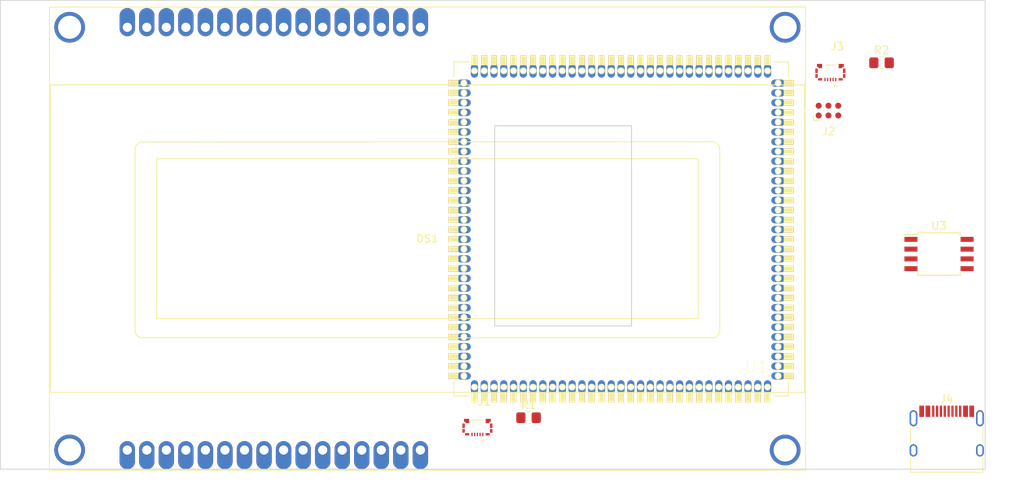
<source format=kicad_pcb>
(kicad_pcb (version 20211014) (generator pcbnew)
  (layers (0 "F.Cu" signal) (31 "B.Cu" signal) (34 "B.Paste" user) (35 "F.Paste" user) (36 "B.SilkS" user "B.Silkscreen") (37 "F.SilkS" user "F.Silkscreen") (38 "B.Mask" user) (39 "F.Mask" user) (44 "Edge.Cuts" user))
  (net 0 "")
  (net 1 "+5V")
  (net 2 "pitch_quad_i")
  (net 3 "pitch_sq_o")
  (net 4 "pitch_zero_i")
  (net 5 "GND")
  (net 6 "+2V5")
  (net 7 "vol_quad_i")
  (net 8 "vol_sq_o")
  (net 9 "vol_zero_i")
  (net 10 "Net-(J4-PadA5)")
  (net 11 "Net-(J4-PadB5)")
  (net 25 "+3V3")
  (net 76 "+1V2")
  (net 139 "/AC608/TMS")
  (net 140 "/AC608/TDI")
  (net 141 "/AC608/TCK")
  (net 142 "/AC608/TDO")
  (net 143 "Net-(F1-Pad1)")
  (net 144 "Net-(J4-PadA6)")
  (net 145 "Net-(J4-PadA7)")
  (footprint "Resistor_SMD:R_0805_2012Metric_Pad1.20x1.40mm_HandSolder" (layer "F.Cu") (at 143.15 104.8)
    (fp_text reference "R1")
    (fp_text value "5.1k")
  )
  (footprint "footprints:I-PEX_20854-005E-02" (layer "F.Cu") (at 182.38 60.82)
    (fp_text reference "J3")
    (fp_text value "20854-005E-02")
  )
  (footprint "Resistor_SMD:R_0805_2012Metric_Pad1.20x1.40mm_HandSolder" (layer "F.Cu") (at 189.03 58.62)
    (fp_text reference "R2")
    (fp_text value "5.1k")
  )
  (footprint "Connector:Tag-Connect_TC2030-IDC-NL_2x03_P1.27mm_Vertical" (layer "F.Cu") (at 182.13 64.84)
    (fp_text reference "J2")
    (fp_text value "Tag-Connect TC2030-NL")
  )
  (footprint "Package_SO:SOIC-8W_5.3x5.3mm_P1.27mm" (layer "F.Cu") (at 196.5 83.5)
    (fp_text reference "U3")
    (fp_text value "25LCxxx")
  )
  (footprint "footprints:I-PEX_20854-005E-02" (layer "F.Cu") (at 136.5 107)
    (fp_text reference "J1")
    (fp_text value "20854-005E-02")
  )
  (footprint "footprints:ac608" (layer "F.Cu") (at 133.4379 101.9689)
    (fp_text reference "U1")
    (fp_text value "AC608" hide)
    (fp_rect (start 5.311 -9.116) (end 23.091 -35.151) (layer "Edge.Cuts") (width 0.12) (fill none))
  )
  (footprint "footprints:ERM2004-1" (layer "F.Cu") (at 91.02 53.985)
    (fp_text reference "DS1")
    (fp_text value "LCD-20X4B")
  )
  (footprint "Connector_USB:USB_C_Receptacle_HRO_TYPE-C-31-M-12" (layer "F.Cu") (at 197.5 108)
    (fp_text reference "J4")
    (fp_text value "USB_C_Receptacle_USB2.0")
  )
  (gr_rect (start 202.5 50.5) (end 74.5 111.5) (layer "Edge.Cuts") (width 0.1) (fill none))
)
</source>
